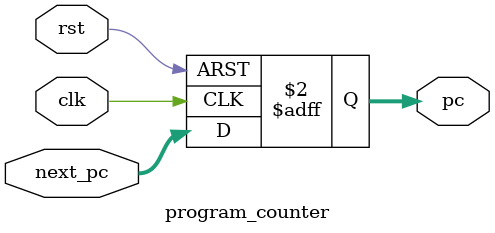
<source format=sv>
module program_counter(
  input var logic clk,
  input var logic rst,
  input var logic [31:0] next_pc,
  output var logic [31:0] pc
);

always_ff @(posedge clk or posedge rst) begin
  if (rst) begin
    pc <= 0;
  end
  else begin
    pc <= next_pc;
  end
end

endmodule
</source>
